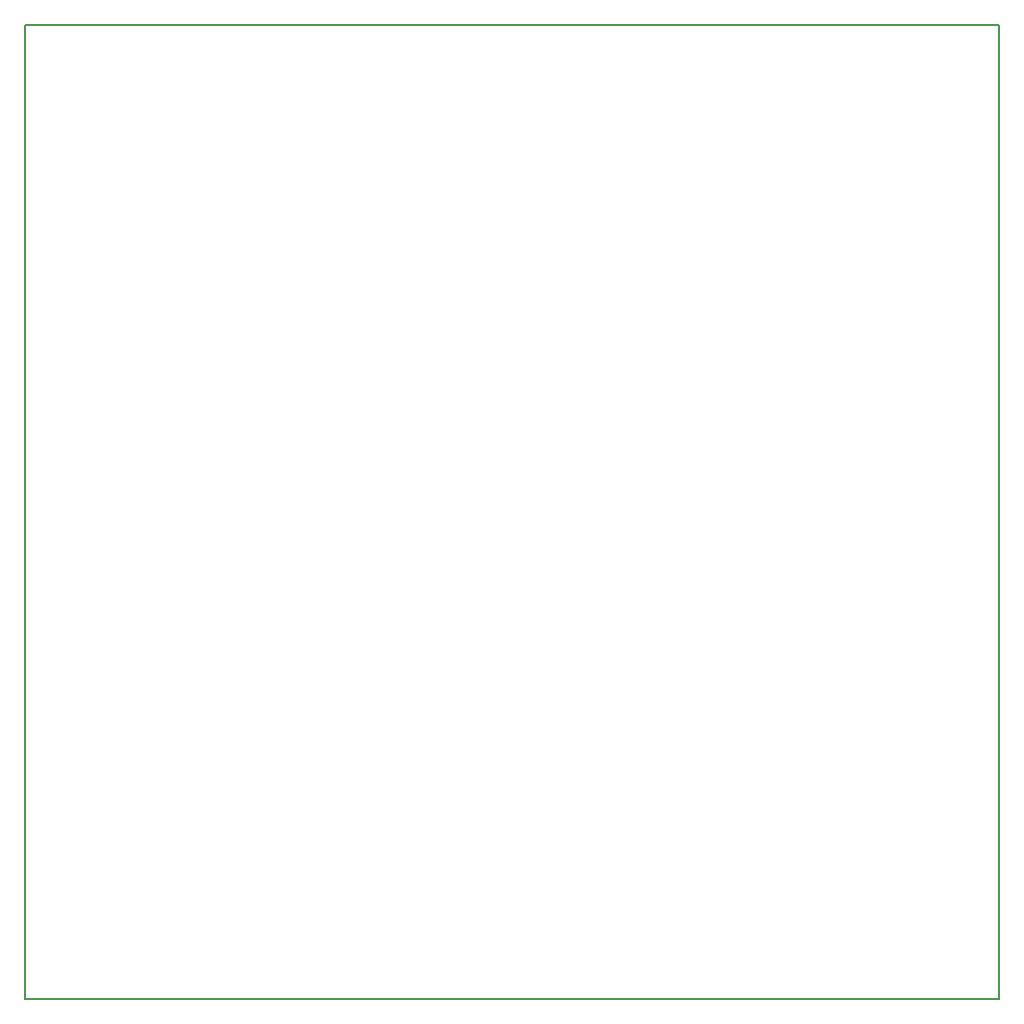
<source format=gbr>
G04 #@! TF.FileFunction,Profile,NP*
%FSLAX46Y46*%
G04 Gerber Fmt 4.6, Leading zero omitted, Abs format (unit mm)*
G04 Created by KiCad (PCBNEW 4.0.2+e4-6225~38~ubuntu14.04.1-stable) date Sa 25 Jun 2016 13:28:15 CEST*
%MOMM*%
G01*
G04 APERTURE LIST*
%ADD10C,0.100000*%
%ADD11C,0.150000*%
G04 APERTURE END LIST*
D10*
D11*
X109855000Y-20320000D02*
X24130000Y-20320000D01*
X109855000Y-106045000D02*
X109855000Y-20320000D01*
X24130000Y-106045000D02*
X109855000Y-106045000D01*
X24130000Y-20320000D02*
X24130000Y-106045000D01*
M02*

</source>
